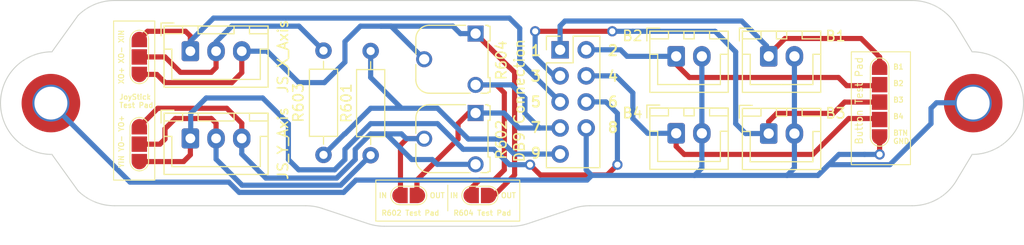
<source format=kicad_pcb>
(kicad_pcb (version 20240108) (generator "pcbnew") (generator_version "8.0")
  (layers (0 "F.Cu" signal) (31 "B.Cu" signal) (36 "B.SilkS" user "B.Silkscreen") (37 "F.SilkS" user "F.Silkscreen") (38 "B.Mask" user) (39 "F.Mask" user) (44 "Edge.Cuts" user))
  (net 0 "")
  (net 1 "Net-(Dupont_Connector1-Pin_8)")
  (net 2 "Net-(Dupont_Connector1-Pin_1)")
  (net 3 "Net-(Dupont_Connector1-Pin_2)")
  (net 4 "Net-(Dupont_Connector1-Pin_3)")
  (net 5 "Net-(Dupont_Connector1-Pin_4)")
  (net 6 "Net-(Dupont_Connector1-Pin_7)")
  (net 7 "Net-(Dupont_Connector1-Pin_6)")
  (net 8 "Net-(Dupont_Connector1-Pin_9)")
  (net 9 "Net-(Dupont_Connector1-Pin_5)")
  (net 10 "Net-(JS_X_Axis1-Pin_3)")
  (net 11 "Net-(JS_X_Axis1-Pin_2)")
  (net 12 "Net-(JS_Y_Axis1-Pin_3)")
  (net 13 "Net-(JS_Y_Axis1-Pin_2)")
  (footprint "CustomFOH:TestPoint_Pad_1.5x1.5mm_x2" (layer "F.Cu") (at 150.125 94 180)
    (property "Reference" "IN           OUT" (at -0.3 0 0) (layer "F.SilkS") (effects (font (size 0.5 0.5) (thickness 0.1))))
    (property "Value" "TestPoint_Pad_1.5x1.5mm_x2")
    (pad "1" smd roundrect (at -0.85 0 180) (size 1.5 1.5) (layers "F.Cu" "F.Paste" "F.Mask") (roundrect_rratio 0.5) (chamfer_ratio 0) (chamfer top_right bottom_right) (net 10 "Net-(JS_X_Axis1-Pin_3)"))
    (pad "2" smd roundrect (at 0.85 0 180) (size 1.5 1.5) (layers "F.Cu" "F.Paste" "F.Mask") (roundrect_rratio 0.5) (chamfer_ratio 0) (chamfer top_left bottom_left) (net 6 "Net-(Dupont_Connector1-Pin_7)"))
  )
  (footprint "Connector_PinHeader_2.54mm:PinHeader_2x05_P2.54mm_Vertical" (layer "F.Cu") (at 157.924466 79.804466)
    (property "Reference" "DB9 Connection" (at -3.96 4.96 90) (layer "F.SilkS"))
    (property "Value" "Conn_2Rows-09Pins")
    (pad "1" thru_hole rect (at 0 0) (size 1.7 1.7) (drill 1) (layers "*.Cu" "*.Mask") (net 2 "Net-(Dupont_Connector1-Pin_1)"))
    (pad "2" thru_hole oval (at 2.54 0) (size 1.7 1.7) (drill 1) (layers "*.Cu" "*.Mask") (net 3 "Net-(Dupont_Connector1-Pin_2)"))
    (pad "3" thru_hole oval (at 0 2.54) (size 1.7 1.7) (drill 1) (layers "*.Cu" "*.Mask") (net 4 "Net-(Dupont_Connector1-Pin_3)"))
    (pad "4" thru_hole oval (at 2.54 2.54) (size 1.7 1.7) (drill 1) (layers "*.Cu" "*.Mask") (net 5 "Net-(Dupont_Connector1-Pin_4)"))
    (pad "5" thru_hole oval (at 0 5.08) (size 1.7 1.7) (drill 1) (layers "*.Cu" "*.Mask") (net 9 "Net-(Dupont_Connector1-Pin_5)"))
    (pad "6" thru_hole oval (at 2.54 5.08) (size 1.7 1.7) (drill 1) (layers "*.Cu" "*.Mask") (net 7 "Net-(Dupont_Connector1-Pin_6)"))
    (pad "7" thru_hole oval (at 0 7.62) (size 1.7 1.7) (drill 1) (layers "*.Cu" "*.Mask") (net 6 "Net-(Dupont_Connector1-Pin_7)"))
    (pad "8" thru_hole oval (at 2.54 7.62) (size 1.7 1.7) (drill 1) (layers "*.Cu" "*.Mask") (net 1 "Net-(Dupont_Connector1-Pin_8)"))
    (pad "9" thru_hole oval (at 0 10.16) (size 1.7 1.7) (drill 1) (layers "*.Cu" "*.Mask") (net 8 "Net-(Dupont_Connector1-Pin_9)"))
  )
  (footprint "Connector_JST:JST_XH_B2B-XH-A_1x02_P2.50mm_Vertical" (layer "F.Cu") (at 178.214466 80.439466)
    (property "Reference" "B1" (at 6.5 -1.975 0) (layer "F.SilkS"))
    (property "Value" "SW_Push1")
    (pad "1" thru_hole roundrect (at 0 0) (size 1.7 2) (drill 1) (layers "*.Cu" "*.Mask") (roundrect_rratio 0.147059) (net 2 "Net-(Dupont_Connector1-Pin_1)"))
    (pad "2" thru_hole oval (at 2.5 0) (size 1.7 2) (drill 1) (layers "*.Cu" "*.Mask") (net 1 "Net-(Dupont_Connector1-Pin_8)"))
  )
  (footprint "Connector_JST:JST_XH_B3B-XH-A_1x03_P2.50mm_Vertical" (layer "F.Cu") (at 121.964466 88.439466)
    (property "Reference" "JS_Y_Axis" (at 9 0.5 90) (layer "F.SilkS"))
    (property "Value" "3Pins")
    (pad "1" thru_hole roundrect (at 0 0) (size 1.7 1.95) (drill 0.95) (layers "*.Cu" "*.Mask") (roundrect_rratio 0.147059) (net 7 "Net-(Dupont_Connector1-Pin_6)"))
    (pad "2" thru_hole oval (at 2.5 0) (size 1.7 1.95) (drill 0.95) (layers "*.Cu" "*.Mask") (net 13 "Net-(JS_Y_Axis1-Pin_2)"))
    (pad "3" thru_hole oval (at 5 0) (size 1.7 1.95) (drill 0.95) (layers "*.Cu" "*.Mask") (net 12 "Net-(JS_Y_Axis1-Pin_3)"))
  )
  (footprint "Potentiometer_THT:Potentiometer_Runtron_RM-065_Vertical" (layer "F.Cu") (at 149.704466 78.224466 -90)
    (property "Reference" "R604" (at 2.6 -2.5 90) (layer "F.SilkS"))
    (property "Value" "10k")
    (pad "1" thru_hole rect (at 0 0 270) (size 1.56 1.56) (drill 1) (layers "*.Cu" "*.Mask") (net 10 "Net-(JS_X_Axis1-Pin_3)"))
    (pad "2" thru_hole circle (at 2.5 5 270) (size 1.56 1.56) (drill 1) (layers "*.Cu" "*.Mask") (net 10 "Net-(JS_X_Axis1-Pin_3)"))
    (pad "3" thru_hole circle (at 5 0 270) (size 1.56 1.56) (drill 1) (layers "*.Cu" "*.Mask") (net 6 "Net-(Dupont_Connector1-Pin_7)"))
  )
  (footprint "Potentiometer_THT:Potentiometer_Runtron_RM-065_Vertical" (layer "F.Cu") (at 149.704466 85.964466 -90)
    (property "Reference" "R602" (at 2.6 -2.5 90) (layer "F.SilkS"))
    (property "Value" "10k")
    (pad "1" thru_hole rect (at 0 0 270) (size 1.56 1.56) (drill 1) (layers "*.Cu" "*.Mask") (net 6 "Net-(Dupont_Connector1-Pin_7)"))
    (pad "2" thru_hole circle (at 2.5 5 270) (size 1.56 1.56) (drill 1) (layers "*.Cu" "*.Mask") (net 12 "Net-(JS_Y_Axis1-Pin_3)"))
    (pad "3" thru_hole circle (at 5 0 270) (size 1.56 1.56) (drill 1) (layers "*.Cu" "*.Mask") (net 12 "Net-(JS_Y_Axis1-Pin_3)"))
  )
  (footprint "CustomFOH:TestPoint_Pad_1.5x1.5mm_x3" (layer "F.Cu") (at 117 80.5 -90)
    (property "Reference" "XO+ XO- XIN" (at 0 1.75 90) (layer "F.SilkS") (effects (font (size 0.5 0.5) (thickness 0.1))))
    (property "Value" "TestPoint_Pad_1.5x1.5mm_x3")
    (pad "1" smd roundrect (at -1.7 0 270) (size 1.5 1.5) (layers "F.Cu" "F.Paste" "F.Mask") (roundrect_rratio 0.5) (chamfer_ratio 0) (chamfer top_right bottom_right) (net 9 "Net-(Dupont_Connector1-Pin_5)"))
    (pad "2" smd rect (at 0 0 270) (size 1.5 1.5) (layers "F.Cu" "F.Paste" "F.Mask") (net 11 "Net-(JS_X_Axis1-Pin_2)"))
    (pad "3" smd roundrect (at 1.7 0 270) (size 1.5 1.5) (layers "F.Cu" "F.Paste" "F.Mask") (roundrect_rratio 0.5) (chamfer_ratio 0) (chamfer top_left bottom_left) (net 10 "Net-(JS_X_Axis1-Pin_3)"))
  )
  (footprint "CustomFOH:TestPoint_Pad_1.5x1.5mm_x2" (layer "F.Cu") (at 143.2 94)
    (property "Reference" "IN           OUT" (at 0.3 0 0) (layer "F.SilkS") (effects (font (size 0.5 0.5) (thickness 0.1))))
    (property "Value" "TestPoint_Pad_1.5x1.5mm_x2")
    (pad "1" smd roundrect (at -0.85 0) (size 1.5 1.5) (layers "F.Cu" "F.Paste" "F.Mask") (roundrect_rratio 0.5) (chamfer_ratio 0) (chamfer top_right bottom_right) (net 12 "Net-(JS_Y_Axis1-Pin_3)"))
    (pad "2" smd roundrect (at 0.85 0) (size 1.5 1.5) (layers "F.Cu" "F.Paste" "F.Mask") (roundrect_rratio 0.5) (chamfer_ratio 0) (chamfer top_left bottom_left) (net 6 "Net-(Dupont_Connector1-Pin_7)"))
  )
  (footprint "CustomFOH:TestPoint_Pad_1.5x1.5mm_x5" (layer "F.Cu") (at 189 84.9 -90)
    (property "Reference" "Button Test Pad " (at -0.4 2 90) (layer "F.SilkS") (effects (font (size 0.7 0.7) (thickness 0.1))))
    (property "Value" "TestPoint_Pad_1.5x1.5mm_x5")
    (pad "1" smd roundrect (at -3.4 0 270) (size 1.5 1.5) (layers "F.Cu" "F.Paste" "F.Mask") (roundrect_rratio 0.5) (chamfer_ratio 0) (chamfer top_right bottom_right) (net 2 "Net-(Dupont_Connector1-Pin_1)"))
    (pad "2" smd rect (at -1.7 0 270) (size 1.5 1.5) (layers "F.Cu" "F.Paste" "F.Mask") (net 3 "Net-(Dupont_Connector1-Pin_2)"))
    (pad "3" smd rect (at 0 0 270) (size 1.5 1.5) (layers "F.Cu" "F.Paste" "F.Mask") (net 4 "Net-(Dupont_Connector1-Pin_3)"))
    (pad "4" smd rect (at 1.7 0 270) (size 1.5 1.5) (layers "F.Cu" "F.Paste" "F.Mask") (net 5 "Net-(Dupont_Connector1-Pin_4)"))
    (pad "5" smd roundrect (at 3.4 0 270) (size 1.5 1.5) (layers "F.Cu" "F.Paste" "F.Mask") (roundrect_rratio 0.5) (chamfer_ratio 0) (chamfer top_left bottom_left) (net 1 "Net-(Dupont_Connector1-Pin_8)"))
  )
  (footprint "Resistor_THT:R_Axial_DIN0207_L6.3mm_D2.5mm_P10.16mm_Horizontal" (layer "F.Cu") (at 139.5 90.08 90)
    (property "Reference" "R601" (at 5.08 -2.37 90) (layer "F.SilkS"))
    (property "Value" "4.7k")
    (pad "1" thru_hole circle (at 0 0 90) (size 1.6 1.6) (drill 0.8) (layers "*.Cu" "*.Mask") (net 13 "Net-(JS_Y_Axis1-Pin_2)"))
    (pad "2" thru_hole oval (at 10.16 0 90) (size 1.6 1.6) (drill 0.8) (layers "*.Cu" "*.Mask") (net 8 "Net-(Dupont_Connector1-Pin_9)"))
  )
  (footprint "Resistor_THT:R_Axial_DIN0207_L6.3mm_D2.5mm_P10.16mm_Horizontal" (layer "F.Cu") (at 134.914466 79.884466 -90)
    (property "Reference" "R603" (at 5.08 2.45 90) (layer "F.SilkS"))
    (property "Value" "4.7k")
    (pad "1" thru_hole circle (at 0 0 270) (size 1.6 1.6) (drill 0.8) (layers "*.Cu" "*.Mask") (net 11 "Net-(JS_X_Axis1-Pin_2)"))
    (pad "2" thru_hole oval (at 10.16 0 270) (size 1.6 1.6) (drill 0.8) (layers "*.Cu" "*.Mask") (net 8 "Net-(Dupont_Connector1-Pin_9)"))
  )
  (footprint "Connector_JST:JST_XH_B2B-XH-A_1x02_P2.50mm_Vertical" (layer "F.Cu") (at 178.214466 87.964466)
    (property "Reference" "B3" (at 6.5 -1.975 0) (layer "F.SilkS"))
    (property "Value" "SW_Push3")
    (pad "1" thru_hole roundrect (at 0 0) (size 1.7 2) (drill 1) (layers "*.Cu" "*.Mask") (roundrect_rratio 0.147059) (net 4 "Net-(Dupont_Connector1-Pin_3)"))
    (pad "2" thru_hole oval (at 2.5 0) (size 1.7 2) (drill 1) (layers "*.Cu" "*.Mask") (net 1 "Net-(Dupont_Connector1-Pin_8)"))
  )
  (footprint "MountingHole:MountingHole_3.2mm_M3_ISO7380_Pad_TopOnly" (layer "F.Cu") (at 198.1 85)
    (property "Reference" "MntHole2" (hide yes))
    (property "Value" "MountingHole_3.2mm_M3_ISO7380_Pad_TopOnly")
    (pad "1" thru_hole circle (at 0 0) (size 3.6 3.6) (drill 3.2) (layers "*.Cu" "*.Mask") (net 1 "Net-(Dupont_Connector1-Pin_8)"))
    (pad "1" connect circle (at 0 0) (size 5.7 5.7) (layers "F.Cu" "F.Mask") (net 1 "Net-(Dupont_Connector1-Pin_8)"))
  )
  (footprint "Connector_JST:JST_XH_B2B-XH-A_1x02_P2.50mm_Vertical" (layer "F.Cu") (at 169.214466 87.939466)
    (property "Reference" "B4" (at -4.25 -1.975 0) (layer "F.SilkS"))
    (property "Value" "SW_Push4")
    (pad "1" thru_hole roundrect (at 0 0) (size 1.7 2) (drill 1) (layers "*.Cu" "*.Mask") (roundrect_rratio 0.147059) (net 5 "Net-(Dupont_Connector1-Pin_4)"))
    (pad "2" thru_hole oval (at 2.5 0) (size 1.7 2) (drill 1) (layers "*.Cu" "*.Mask") (net 1 "Net-(Dupont_Connector1-Pin_8)"))
  )
  (footprint "MountingHole:MountingHole_3.2mm_M3_ISO7380_Pad_TopOnly" (layer "F.Cu") (at 108.4 85)
    (property "Reference" "MntHole1" (hide yes))
    (property "Value" "MountingHole_3.2mm_M3_ISO7380_Pad_TopOnly")
    (pad "1" thru_hole circle (at 0 0) (size 3.6 3.6) (drill 3.2) (layers "*.Cu" "*.Mask") (net 1 "Net-(Dupont_Connector1-Pin_8)"))
    (pad "1" connect circle (at 0 0) (size 5.7 5.7) (layers "F.Cu" "F.Mask") (net 1 "Net-(Dupont_Connector1-Pin_8)"))
  )
  (footprint "Connector_JST:JST_XH_B2B-XH-A_1x02_P2.50mm_Vertical" (layer "F.Cu") (at 169.214466 80.439466)
    (property "Reference" "B2" (at -4.25 -2 0) (layer "F.SilkS"))
    (property "Value" "SW_Push2")
    (pad "1" thru_hole roundrect (at 0 0) (size 1.7 2) (drill 1) (layers "*.Cu" "*.Mask") (roundrect_rratio 0.147059) (net 3 "Net-(Dupont_Connector1-Pin_2)"))
    (pad "2" thru_hole oval (at 2.5 0) (size 1.7 2) (drill 1) (layers "*.Cu" "*.Mask") (net 1 "Net-(Dupont_Connector1-Pin_8)"))
  )
  (footprint "Connector_JST:JST_XH_B3B-XH-A_1x03_P2.50mm_Vertical" (layer "F.Cu") (at 121.964466 79.939466)
    (property "Reference" "JS_X_Axis" (at 9 0.525 90) (layer "F.SilkS"))
    (property "Value" "3Pins")
    (pad "1" thru_hole roundrect (at 0 0) (size 1.7 1.95) (drill 0.95) (layers "*.Cu" "*.Mask") (roundrect_rratio 0.147059) (net 9 "Net-(Dupont_Connector1-Pin_5)"))
    (pad "2" thru_hole oval (at 2.5 0) (size 1.7 1.95) (drill 0.95) (layers "*.Cu" "*.Mask") (net 11 "Net-(JS_X_Axis1-Pin_2)"))
    (pad "3" thru_hole oval (at 5 0) (size 1.7 1.95) (drill 0.95) (layers "*.Cu" "*.Mask") (net 10 "Net-(JS_X_Axis1-Pin_3)"))
  )
  (footprint "CustomFOH:TestPoint_Pad_1.5x1.5mm_x3" (layer "F.Cu") (at 117 89 90)
    (property "Reference" "YIN YO- YO+" (at 0.25 -1.75 90) (layer "F.SilkS") (effects (font (size 0.5 0.5) (thickness 0.1))))
    (property "Value" "TestPoint_Pad_1.5x1.5mm_x3")
    (pad "1" smd roundrect (at -1.7 0 90) (size 1.5 1.5) (layers "F.Cu" "F.Paste" "F.Mask") (roundrect_rratio 0.5) (chamfer_ratio 0) (chamfer top_right bottom_right) (net 7 "Net-(Dupont_Connector1-Pin_6)"))
    (pad "2" smd rect (at 0 0 90) (size 1.5 1.5) (layers "F.Cu" "F.Paste" "F.Mask") (net 13 "Net-(JS_Y_Axis1-Pin_2)"))
    (pad "3" smd roundrect (at 1.7 0 90) (size 1.5 1.5) (layers "F.Cu" "F.Paste" "F.Mask") (roundrect_rratio 0.5) (chamfer_ratio 0) (chamfer top_left bottom_left) (net 12 "Net-(JS_Y_Axis1-Pin_3)"))
  )
  (gr_line (start 114.5 92.5) (end 118.5 92.5) (stroke (width 0.1)) (layer "F.SilkS"))
  (gr_line (start 114.5 77) (end 114.5 92.5) (stroke (width 0.1)) (layer "F.SilkS"))
  (gr_rect (start 186.25 80) (end 192 91) (stroke (width 0.1)) (fill none) (layer "F.SilkS"))
  (gr_line (start 118.5 92.5) (end 118.5 77) (stroke (width 0.1)) (layer "F.SilkS"))
  (gr_line (start 118.5 77) (end 114.5 77) (stroke (width 0.1)) (layer "F.SilkS"))
  (gr_line (start 147 93) (end 147 95.5) (stroke (width 0.1)) (layer "F.SilkS"))
  (gr_rect (start 140 92.5) (end 154 96.5) (stroke (width 0.1)) (fill none) (layer "F.SilkS"))
  (gr_line (start 197.999999 80) (end 196.444414 77.407356) (stroke (width 0.1)) (layer "Edge.Cuts"))
  (gr_arc (start 133.191205 95) (mid 133.991429 95.064451) (end 134.771022 95.256143) (stroke (width 0.1)) (layer "Edge.Cuts"))
  (gr_line (start 159.203369 95.260105) (end 154.796637 96.739894) (stroke (width 0.1)) (layer "Edge.Cuts"))
  (gr_line (start 108.499999 89.999999) (end 111.03563 93.535731) (stroke (width 0.1)) (layer "Edge.Cuts"))
  (gr_arc (start 192.1689 75) (mid 194.632526 75.649019) (end 196.444414 77.407356) (stroke (width 0.1)) (layer "Edge.Cuts"))
  (gr_arc (start 140.818129 97) (mid 140.017905 96.935549) (end 139.238312 96.743857) (stroke (width 0.1)) (layer "Edge.Cuts"))
  (gr_line (start 192.1691 95) (end 160.795035 95) (stroke (width 0.1)) (layer "Edge.Cuts"))
  (gr_arc (start 111.035533 76.464467) (mid 112.657649 75.380592) (end 114.571068 75) (stroke (width 0.1)) (layer "Edge.Cuts"))
  (gr_line (start 108.499999 80.000001) (end 111.035503 76.464446) (stroke (width 0.1)) (layer "Edge.Cuts"))
  (gr_line (start 192.1689 75) (end 114.571068 75) (stroke (width 0.1)) (layer "Edge.Cuts"))
  (gr_arc (start 196.456483 92.572528) (mid 194.632546 94.351017) (end 192.1691 95) (stroke (width 0.1)) (layer "Edge.Cuts"))
  (gr_line (start 134.771022 95.256143) (end 139.238312 96.743857) (stroke (width 0.1)) (layer "Edge.Cuts"))
  (gr_line (start 140.818129 97) (end 153.204971 97) (stroke (width 0.1)) (layer "Edge.Cuts"))
  (gr_line (start 197.999999 90) (end 196.456483 92.572528) (stroke (width 0.1)) (layer "Edge.Cuts"))
  (gr_arc (start 159.203369 95.260105) (mid 159.988646 95.06546) (end 160.795035 95) (stroke (width 0.1)) (layer "Edge.Cuts"))
  (gr_line (start 114.5712 95) (end 133.191205 95) (stroke (width 0.1)) (layer "Edge.Cuts"))
  (gr_arc (start 108.499999 89.999999) (mid 103.5 85) (end 108.499999 80.000001) (stroke (width 0.1)) (layer "Edge.Cuts"))
  (gr_arc (start 114.5712 95) (mid 112.657812 94.61945) (end 111.03566 93.53571) (stroke (width 0.1)) (layer "Edge.Cuts"))
  (gr_arc (start 197.999999 80) (mid 203 85) (end 197.999999 90) (stroke (width 0.1)) (layer "Edge.Cuts"))
  (gr_arc (start 154.796637 96.739894) (mid 154.01136 96.93454) (end 153.204971 97) (stroke (width 0.1)) (layer "Edge.Cuts"))
  (gr_text "9" (at 154.964466 90.464466 0) (layer "F.SilkS") (effects (font (size 1 1) (thickness 0.1875)) (justify left bottom)))
  (gr_text "6" (at 162.464466 85.464466 0) (layer "F.SilkS") (effects (font (size 1 1) (thickness 0.1875)) (justify left bottom)))
  (gr_text "JoyStick\nTest Pad" (at 115 85.5 0) (layer "F.SilkS") (effects (font (size 0.5 0.5) (thickness 0.1)) (justify left bottom)))
  (gr_text "4" (at 162.464466 82.964466 0) (layer "F.SilkS") (effects (font (size 1 1) (thickness 0.1875)) (justify left bottom)))
  (gr_text "8" (at 162.464466 87.964466 0) (layer "F.SilkS") (effects (font (size 1 1) (thickness 0.1875)) (justify left bottom)))
  (gr_text "7" (at 154.964466 87.964466 0) (layer "F.SilkS") (effects (font (size 1 1) (thickness 0.1875)) (justify left bottom)))
  (gr_text "B1\n\nB2\n\nB3\n\nB4\n\nBTN\nGND" (at 190.275 89 0) (layer "F.SilkS") (effects (font (size 0.5 0.5) (thickness 0.1) (bold yes)) (justify left bottom)))
  (gr_text "R604 Test Pad" (at 147.5 96 0) (layer "F.SilkS") (effects (font (size 0.5 0.5) (thickness 0.1)) (justify left bottom)))
  (gr_text "R602 Test Pad" (at 140.5 96 0) (layer "F.SilkS") (effects (font (size 0.5 0.5) (thickness 0.1)) (justify left bottom)))
  (gr_text "5" (at 154.964466 85.464466 0) (layer "F.SilkS") (effects (font (size 1 1) (thickness 0.1875)) (justify left bottom)))
  (gr_text "3" (at 154.964466 82.964466 0) (layer "F.SilkS") (effects (font (size 1 1) (thickness 0.1875)) (justify left bottom)))
  (gr_text "1" (at 154.964466 80.464466 0) (layer "F.SilkS") (effects (font (size 1 1) (thickness 0.1875)) (justify left bottom)))
  (gr_text "2" (at 162.464466 80.464466 0) (layer "F.SilkS") (effects (font (size 1 1) (thickness 0.1875)) (justify left bottom)))
  (segment (start 189 90) (end 189 88.1) (width 0.5) (layer "F.Cu") (net 1))
  (via (at 189 90) (size 1) (drill 0.6) (layers "F.Cu" "B.Cu") (net 1))
  (segment (start 160.464466 91.508932) (end 160.464466 87.424466) (width 0.5) (layer "B.Cu") (net 1))
  (segment (start 125.71005 92.7) (end 116.1 92.7) (width 0.5) (layer "B.Cu") (net 1))
  (segment (start 194.535534 84.964466) (end 194 85.5) (width 0.5) (layer "B.Cu") (net 1))
  (segment (start 194 85.5) (end 194 87) (width 0.5) (layer "B.Cu") (net 1))
  (segment (start 185.044466 90) (end 183 92.044466) (width 0.5) (layer "B.Cu") (net 1))
  (segment (start 189 90) (end 187.544466 90) (width 0.5) (layer "B.Cu") (net 1))
  (segment (start 190 91) (end 184.044466 91) (width 0.5) (layer "B.Cu") (net 1))
  (segment (start 171.714466 91.33) (end 171 92.044466) (width 0.5) (layer "B.Cu") (net 1))
  (segment (start 136.86995 93.7) (end 126.71005 93.7) (width 0.5) (layer "B.Cu") (net 1))
  (segment (start 183 92.044466) (end 180 92.044466) (width 0.5) (layer "B.Cu") (net 1))
  (segment (start 126.71005 93.7) (end 125.71005 92.7) (width 0.5) (layer "B.Cu") (net 1))
  (segment (start 187.544466 90) (end 185.044466 90) (width 0.5) (layer "B.Cu") (net 1))
  (segment (start 180.714466 80.439466) (end 180.714466 87.964466) (width 0.5) (layer "B.Cu") (net 1))
  (segment (start 180.714466 87.964466) (end 180.714466 91.33) (width 0.5) (layer "B.Cu") (net 1))
  (segment (start 194 87) (end 190 91) (width 0.5) (layer "B.Cu") (net 1))
  (segment (start 180.714466 91.33) (end 180 92.044466) (width 0.5) (layer "B.Cu") (net 1))
  (segment (start 116.1 92.7) (end 108.4 85) (width 0.5) (layer "B.Cu") (net 1))
  (segment (start 184.044466 91) (end 183 92.044466) (width 0.5) (layer "B.Cu") (net 1))
  (segment (start 138.06995 92.5) (end 136.86995 93.7) (width 0.5) (layer "B.Cu") (net 1))
  (segment (start 161 92.044466) (end 160.544466 92.5) (width 0.5) (layer "B.Cu") (net 1))
  (segment (start 171.714466 87.939466) (end 171.714466 91.33) (width 0.5) (layer "B.Cu") (net 1))
  (segment (start 161 92.044466) (end 160.464466 91.508932) (width 0.5) (layer "B.Cu") (net 1))
  (segment (start 160.544466 92.5) (end 138.06995 92.5) (width 0.5) (layer "B.Cu") (net 1))
  (segment (start 198 84.964466) (end 194.535534 84.964466) (width 0.5) (layer "B.Cu") (net 1))
  (segment (start 171.714466 80.439466) (end 171.714466 87.939466) (width 0.5) (layer "B.Cu") (net 1))
  (segment (start 161 92.044466) (end 171 92.044466) (width 0.5) (layer "B.Cu") (net 1))
  (segment (start 171 92.044466) (end 180 92.044466) (width 0.5) (layer "B.Cu") (net 1))
  (segment (start 178.214466 80.285534) (end 178.214466 80.439466) (width 0.5) (layer "F.Cu") (net 2))
  (segment (start 179.8 78.7) (end 178.214466 80.285534) (width 0.5) (layer "F.Cu") (net 2))
  (segment (start 189 81.7) (end 189 80.5) (width 0.5) (layer "F.Cu") (net 2))
  (segment (start 189 80.5) (end 187.2 78.7) (width 0.5) (layer "F.Cu") (net 2))
  (segment (start 187.2 78.7) (end 179.8 78.7) (width 0.5) (layer "F.Cu") (net 2))
  (segment (start 178.214466 80.439466) (end 178.005151 80.230151) (width 0.5) (layer "B.Cu") (net 2))
  (segment (start 178.214466 80.439466) (end 178.005151 80.439466) (width 0.5) (layer "B.Cu") (net 2))
  (segment (start 178.005151 80.230151) (end 178.005151 79.419733) (width 0.5) (layer "B.Cu") (net 2))
  (segment (start 158.4 77) (end 157.924466 77.475534) (width 0.5) (layer "B.Cu") (net 2))
  (segment (start 175.585418 77) (end 178.005151 79.419733) (width 0.5) (layer "B.Cu") (net 2))
  (segment (start 157.924466 77.475534) (end 157.924466 79.804466) (width 0.5) (layer "B.Cu") (net 2))
  (segment (start 175.585418 77) (end 158.4 77) (width 0.5) (layer "B.Cu") (net 2))
  (segment (start 169.214466 81.214466) (end 170.5 82.5) (width 0.5) (layer "F.Cu") (net 3))
  (segment (start 169.214466 80.439466) (end 169.214466 81.214466) (width 0.5) (layer "F.Cu") (net 3))
  (segment (start 185.8 83.3) (end 189 83.3) (width 0.5) (layer "F.Cu") (net 3))
  (segment (start 185 82.5) (end 185.8 83.3) (width 0.5) (layer "F.Cu") (net 3))
  (segment (start 170.5 82.5) (end 185 82.5) (width 0.5) (layer "F.Cu") (net 3))
  (segment (start 164.439466 80.439466) (end 163.804466 79.804466) (width 0.5) (layer "B.Cu") (net 3))
  (segment (start 169.214466 80.439466) (end 164.439466 80.439466) (width 0.5) (layer "B.Cu") (net 3))
  (segment (start 163.804466 79.804466) (end 160.464466 79.804466) (width 0.5) (layer "B.Cu") (net 3))
  (segment (start 155.5 78) (end 163 78) (width 0.5) (layer "F.Cu") (net 4))
  (segment (start 178.214466 86.785534) (end 178.214466 87.964466) (width 0.5) (layer "F.Cu") (net 4))
  (segment (start 185.6 84.9) (end 184.5 86) (width 0.5) (layer "F.Cu") (net 4))
  (segment (start 184.5 86) (end 179 86) (width 0.5) (layer "F.Cu") (net 4))
  (segment (start 189 84.9) (end 185.6 84.9) (width 0.5) (layer "F.Cu") (net 4))
  (segment (start 179 86) (end 178.214466 86.785534) (width 0.5) (layer "F.Cu") (net 4))
  (via (at 163 78) (size 1) (drill 0.6) (layers "F.Cu" "B.Cu") (net 4))
  (via (at 155.5 78) (size 1) (drill 0.6) (layers "F.Cu" "B.Cu") (net 4))
  (segment (start 175.964466 87.964466) (end 175 87) (width 0.5) (layer "B.Cu") (net 4))
  (segment (start 155.5 80.5) (end 155.5 78) (width 0.5) (layer "B.Cu") (net 4))
  (segment (start 157.924466 82.344466) (end 157.344466 82.344466) (width 0.5) (layer "B.Cu") (net 4))
  (segment (start 156.5 81.5) (end 155.5 80.5) (width 0.5) (layer "B.Cu") (net 4))
  (segment (start 175 87) (end 175 80) (width 0.5) (layer "B.Cu") (net 4))
  (segment (start 175 80) (end 173 78) (width 0.5) (layer "B.Cu") (net 4))
  (segment (start 178.214466 87.964466) (end 175.964466 87.964466) (width 0.5) (layer "B.Cu") (net 4))
  (segment (start 157.344466 82.344466) (end 156.5 81.5) (width 0.5) (layer "B.Cu") (net 4))
  (segment (start 165 78) (end 163 78) (width 0.5) (layer "B.Cu") (net 4))
  (segment (start 173 78) (end 165 78) (width 0.5) (layer "B.Cu") (net 4))
  (segment (start 186 86.5) (end 182.5 90) (width 0.5) (layer "F.Cu") (net 5))
  (segment (start 169.214466 87.939466) (end 169.214466 89.214466) (width 0.5) (layer "F.Cu") (net 5))
  (segment (start 189 86.5) (end 186 86.5) (width 0.5) (layer "F.Cu") (net 5))
  (segment (start 169.214466 89.214466) (end 170 90) (width 0.5) (layer "F.Cu") (net 5))
  (segment (start 170 90) (end 182.5 90) (width 0.5) (layer "F.Cu") (net 5))
  (segment (start 169.214466 87.939466) (end 166.439466 87.939466) (width 0.5) (layer "B.Cu") (net 5))
  (segment (start 166.439466 87.939466) (end 165 86.5) (width 0.5) (layer "B.Cu") (net 5))
  (segment (start 165 86.5) (end 165 84) (width 0.5) (layer "B.Cu") (net 5))
  (segment (start 163.344466 82.344466) (end 160.464466 82.344466) (width 0.5) (layer "B.Cu") (net 5))
  (segment (start 165 84) (end 163.344466 82.344466) (width 0.5) (layer "B.Cu") (net 5))
  (segment (start 148 88.5) (end 144 92.5) (width 0.5) (layer "F.Cu") (net 6))
  (segment (start 148 87) (end 148 88.5) (width 0.5) (layer "F.Cu") (net 6))
  (segment (start 151.5 92.5) (end 150.075 92.5) (width 0.5) (layer "F.Cu") (net 6))
  (segment (start 149.704466 83.224466) (end 151.724466 83.224466) (width 0.5) (layer "F.Cu") (net 6))
  (segment (start 151.724466 83.224466) (end 152.5 84) (width 0.5) (layer "F.Cu") (net 6))
  (segment (start 144 92.5) (end 144 94) (width 0.5) (layer "F.Cu") (net 6))
  (segment (start 149.325 93.25) (end 149.325 94) (width 0.5) (layer "F.Cu") (net 6))
  (segment (start 152.5 84) (end 152.5 91.5) (width 0.5) (layer "F.Cu") (net 6))
  (segment (start 152.5 91.5) (end 151.5 92.5) (width 0.5) (layer "F.Cu") (net 6))
  (segment (start 149.704466 85.964466) (end 149.035534 85.964466) (width 0.5) (layer "F.Cu") (net 6))
  (segment (start 149.035534 85.964466) (end 148 87) (width 0.5) (layer "F.Cu") (net 6))
  (segment (start 150.075 92.5) (end 149.325 93.25) (width 0.5) (layer "F.Cu") (net 6))
  (segment (start 154.5 86) (end 155.924466 87.424466) (width 0.5) (layer "B.Cu") (net 6))
  (segment (start 149.704466 85.964466) (end 152.464466 85.964466) (width 0.5) (layer "B.Cu") (net 6))
  (segment (start 149.704466 83.224466) (end 153.224466 83.224466) (width 0.5) (layer "B.Cu") (net 6))
  (segment (start 153.224466 83.224466) (end 154.5 84.5) (width 0.5) (layer "B.Cu") (net 6))
  (segment (start 153.924466 87.424466) (end 155.924466 87.424466) (width 0.5) (layer "B.Cu") (net 6))
  (segment (start 155.924466 87.424466) (end 157.924466 87.424466) (width 0.5) (layer "B.Cu") (net 6))
  (segment (start 154.5 84.5) (end 154.5 86) (width 0.5) (layer "B.Cu") (net 6))
  (segment (start 152.464466 85.964466) (end 153.924466 87.424466) (width 0.5) (layer "B.Cu") (net 6))
  (segment (start 155 91) (end 156 92) (width 0.5) (layer "F.Cu") (net 7))
  (segment (start 156 92) (end 162.5 92) (width 0.5) (layer "F.Cu") (net 7))
  (segment (start 162.5 92) (end 163.5 91) (width 0.5) (layer "F.Cu") (net 7))
  (segment (start 121.964466 88.439466) (end 121.964466 90.035534) (width 0.5) (layer "F.Cu") (net 7))
  (segment (start 121.3 90.7) (end 117 90.7) (width 0.5) (layer "F.Cu") (net 7))
  (segment (start 121.964466 90.035534) (end 121.3 90.7) (width 0.5) (layer "F.Cu") (net 7))
  (via (at 163.5 91) (size 1) (drill 0.6) (layers "F.Cu" "B.Cu") (net 7))
  (via (at 155 91) (size 1) (drill 0.6) (layers "F.Cu" "B.Cu") (net 7))
  (segment (start 137 90.5) (end 136 91.5) (width 0.5) (layer "B.Cu") (net 7))
  (segment (start 131.5 87) (end 129 84.5) (width 0.5) (layer "B.Cu") (net 7))
  (segment (start 123.5 84.5) (end 122 86) (width 0.5) (layer "B.Cu") (net 7))
  (segment (start 163.5 86) (end 162.384466 84.884466) (width 0.5) (layer "B.Cu") (net 7))
  (segment (start 136 91.5) (end 132.5 91.5) (width 0.5) (layer "B.Cu") (net 7))
  (segment (start 151.5 89.5) (end 148.5 89.5) (width 0.5) (layer "B.Cu") (net 7))
  (segment (start 160.464466 84.884466) (end 160.464466 84.964466) (width 0.5) (layer "B.Cu") (net 7))
  (segment (start 163.5 91) (end 163.5 86) (width 0.5) (layer "B.Cu") (net 7))
  (segment (start 129 84.5) (end 123.5 84.5) (width 0.5) (layer "B.Cu") (net 7))
  (segment (start 122 86) (end 122 88.403932) (width 0.5) (layer "B.Cu") (net 7))
  (segment (start 162.384466 84.884466) (end 160.464466 84.884466) (width 0.5) (layer "B.Cu") (net 7))
  (segment (start 153 91) (end 151.5 89.5) (width 0.5) (layer "B.Cu") (net 7))
  (segment (start 148.5 89.5) (end 146 87) (width 0.5) (layer "B.Cu") (net 7))
  (segment (start 131.5 90.5) (end 131.5 87) (width 0.5) (layer "B.Cu") (net 7))
  (segment (start 155 91) (end 153 91) (width 0.5) (layer "B.Cu") (net 7))
  (segment (start 137 89.5) (end 137 90.5) (width 0.5) (layer "B.Cu") (net 7))
  (segment (start 139.5 87) (end 137 89.5) (width 0.5) (layer "B.Cu") (net 7))
  (segment (start 146 87) (end 139.5 87) (width 0.5) (layer "B.Cu") (net 7))
  (segment (start 132.5 91.5) (end 131.5 90.5) (width 0.5) (layer "B.Cu") (net 7))
  (segment (start 160.464466 84.964466) (end 160.5 85) (width 0.5) (layer "B.Cu") (net 7))
  (segment (start 122 88.403932) (end 121.964466 88.439466) (width 0.5) (layer "B.Cu") (net 7))
  (segment (start 137 88) (end 139.5 85.5) (width 0.5) (layer "B.Cu") (net 8))
  (segment (start 136.958932 88) (end 137 88) (width 0.5) (layer "B.Cu") (net 8))
  (segment (start 134.914466 90.044466) (end 136.958932 88) (width 0.5) (layer "B.Cu") (net 8))
  (segment (start 153.464466 89.964466) (end 152 88.5) (width 0.5) (layer "B.Cu") (net 8))
  (segment (start 146 85.5) (end 142.5 85.5) (width 0.5) (layer "B.Cu") (net 8))
  (segment (start 149 88.5) (end 146 85.5) (width 0.5) (layer "B.Cu") (net 8))
  (segment (start 152 88.5) (end 149 88.5) (width 0.5) (layer "B.Cu") (net 8))
  (segment (start 157.924466 89.964466) (end 153.464466 89.964466) (width 0.5) (layer "B.Cu") (net 8))
  (segment (start 139.5 82.5) (end 142.5 85.5) (width 0.5) (layer "B.Cu") (net 8))
  (segment (start 139.5 85.5) (end 142.5 85.5) (width 0.5) (layer "B.Cu") (net 8))
  (segment (start 139.5 79.92) (end 139.5 82.5) (width 0.5) (layer "B.Cu") (net 8))
  (segment (start 117.8 78) (end 117 78.8) (width 0.5) (layer "F.Cu") (net 9))
  (segment (start 121.964466 79.939466) (end 121.964466 78.464466) (width 0.5) (layer "F.Cu") (net 9))
  (segment (start 121.5 78) (end 117.8 78) (width 0.5) (layer "F.Cu") (net 9))
  (segment (start 121.964466 78.464466) (end 121.5 78) (width 0.5) (layer "F.Cu") (net 9))
  (segment (start 124.214466 76.714466) (end 121.964466 78.964466) (width 0.5) (layer "B.Cu") (net 9))
  (segment (start 153 76.714466) (end 124.214466 76.714466) (width 0.5) (layer "B.Cu") (net 9))
  (segment (start 154 77.714466) (end 153 76.714466) (width 0.5) (layer "B.Cu") (net 9))
  (segment (start 121.964466 78.964466) (end 121.964466 79.939466) (width 0.5) (layer "B.Cu") (net 9))
  (segment (start 154 80.96) (end 154 77.714466) (width 0.5) (layer "B.Cu") (net 9))
  (segment (start 157.924466 84.884466) (end 154 80.96) (width 0.5) (layer "B.Cu") (net 9))
  (segment (start 118.7 82.2) (end 117 82.2) (width 0.5) (layer "F.Cu") (net 10))
  (segment (start 152.98 81.5) (end 149.704466 78.224466) (width 0.5) (layer "F.Cu") (net 10))
  (segment (start 126.964466 82.035534) (end 126 83) (width 0.5) (layer "F.Cu") (net 10))
  (segment (start 119.5 83) (end 118.7 82.2) (width 0.5) (layer "F.Cu") (net 10))
  (segment (start 126 83) (end 119.5 83) (width 0.5) (layer "F.Cu") (net 10))
  (segment (start 126.964466 79.939466) (end 126.964466 82.035534) (width 0.5) (layer "F.Cu") (net 10))
  (segment (start 153.5 92) (end 153.5 82) (width 0.5) (layer "F.Cu") (net 10))
  (segment (start 151.5 94) (end 150.925 94) (width 0.5) (layer "F.Cu") (net 10))
  (segment (start 153 81.5) (end 152.98 81.5) (width 0.5) (layer "F.Cu") (net 10))
  (segment (start 153.5 82) (end 153 81.5) (width 0.5) (layer "F.Cu") (net 10))
  (segment (start 153.5 92) (end 151.5 94) (width 0.5) (layer "F.Cu") (net 10))
  (segment (start 137 79) (end 137 81) (width 0.5) (layer "B.Cu") (net 10))
  (segment (start 148.224466 78.224466) (end 147.5 77.5) (width 0.5) (layer "B.Cu") (net 10))
  (segment (start 149.704466 78.224466) (end 148.224466 78.224466) (width 0.5) (layer "B.Cu") (net 10))
  (segment (start 132.5 83) (end 129.439466 79.939466) (width 0.5) (layer "B.Cu") (net 10))
  (segment (start 147.5 77.5) (end 140.5 77.5) (width 0.5) (layer "B.Cu") (net 10))
  (segment (start 129.439466 79.939466) (end 126.964466 79.939466) (width 0.5) (layer "B.Cu") (net 10))
  (segment (start 137 81) (end 135 83) (width 0.5) (layer "B.Cu") (net 10))
  (segment (start 141.48 77.5) (end 140.5 77.5) (width 0.5) (layer "B.Cu") (net 10))
  (segment (start 140.5 77.5) (end 138.5 77.5) (width 0.5) (layer "B.Cu") (net 10))
  (segment (start 135 83) (end 132.5 83) (width 0.5) (layer "B.Cu") (net 10))
  (segment (start 144.704466 80.724466) (end 141.48 77.5) (width 0.5) (layer "B.Cu") (net 10))
  (segment (start 138.5 77.5) (end 137 79) (width 0.5) (layer "B.Cu") (net 10))
  (segment (start 124 82) (end 121 82) (width 0.5) (layer "F.Cu") (net 11))
  (segment (start 119.5 80.5) (end 117 80.5) (width 0.5) (layer "F.Cu") (net 11))
  (segment (start 121 82) (end 119.5 80.5) (width 0.5) (layer "F.Cu") (net 11))
  (segment (start 124.464466 79.939466) (end 124.464466 81.535534) (width 0.5) (layer "F.Cu") (net 11))
  (segment (start 124.464466 81.535534) (end 124 82) (width 0.5) (layer "F.Cu") (net 11))
  (segment (start 124.464466 79.939466) (end 124.464466 79.035534) (width 0.5) (layer "B.Cu") (net 11))
  (segment (start 132.53 77.5) (end 134.914466 79.884466) (width 0.5) (layer "B.Cu") (net 11))
  (segment (start 124.464466 79.035534) (end 126 77.5) (width 0.5) (layer "B.Cu") (net 11))
  (segment (start 126 77.5) (end 132.53 77.5) (width 0.5) (layer "B.Cu") (net 11))
  (segment (start 118.8 85.5) (end 117 87.3) (width 0.5) (layer "F.Cu") (net 12))
  (segment (start 125.5 85.5) (end 118.8 85.5) (width 0.5) (layer "F.Cu") (net 12))
  (segment (start 126.964466 86.964466) (end 125.5 85.5) (width 0.5) (layer "F.Cu") (net 12))
  (segment (start 143.035534 88.464466) (end 142.4 89.1) (width 0.5) (layer "F.Cu") (net 12))
  (segment (start 144.704466 88.464466) (end 143.035534 88.464466) (width 0.5) (layer "F.Cu") (net 12))
  (segment (start 126.964466 88.439466) (end 126.964466 86.964466) (width 0.5) (layer "F.Cu") (net 12))
  (segment (start 142.4 89.1) (end 142.4 94) (width 0.5) (layer "F.Cu") (net 12))
  (segment (start 142.5 88) (end 141 88) (width 0.5) (layer "B.Cu") (net 12))
  (segment (start 144.704466 88.464466) (end 142.964466 88.464466) (width 0.5) (layer "B.Cu") (net 12))
  (segment (start 145.5 90.5) (end 145.964466 90.964466) (width 0.5) (layer "B.Cu") (net 12))
  (segment (start 141 88) (end 143.5 90.5) (width 0.5) (layer "B.Cu") (net 12))
  (segment (start 141 88) (end 139.5 88) (width 0.5) (layer "B.Cu") (net 12))
  (segment (start 145.964466 90.964466) (end 149.704466 90.964466) (width 0.5) (layer "B.Cu") (net 12))
  (segment (start 136.2 92.3) (end 129.3 92.3) (width 0.5) (layer "B.Cu") (net 12))
  (segment (start 129.3 92.3) (end 126.964466 89.964466) (width 0.5) (layer "B.Cu") (net 12))
  (segment (start 142.964466 88.464466) (end 142.5 88) (width 0.5) (layer "B.Cu") (net 12))
  (segment (start 138 90.5) (end 136.2 92.3) (width 0.5) (layer "B.Cu") (net 12))
  (segment (start 138 89.5) (end 138 90.5) (width 0.5) (layer "B.Cu") (net 12))
  (segment (start 126.964466 89.964466) (end 126.964466 88.439466) (width 0.5) (layer "B.Cu") (net 12))
  (segment (start 139.5 88) (end 138 89.5) (width 0.5) (layer "B.Cu") (net 12))
  (segment (start 143.5 90.5) (end 145.5 90.5) (width 0.5) (layer "B.Cu") (net 12))
  (segment (start 119.5 87.5) (end 119.5 88.5) (width 0.5) (layer "F.Cu") (net 13))
  (segment (start 120.5 86.5) (end 119.5 87.5) (width 0.5) (layer "F.Cu") (net 13))
  (segment (start 119 89) (end 117 89) (width 0.5) (layer "F.Cu") (net 13))
  (segment (start 124.464466 88.439466) (end 124.464466 86.964466) (width 0.5) (layer "F.Cu") (net 13))
  (segment (start 124 86.5) (end 120.5 86.5) (width 0.5) (layer "F.Cu") (net 13))
  (segment (start 119.5 88.5) (end 119 89) (width 0.5) (layer "F.Cu") (net 13))
  (segment (start 124.464466 86.964466) (end 124 86.5) (width 0.5) (layer "F.Cu") (net 13))
  (segment (start 124.464466 90.464466) (end 124.464466 88.439466) (width 0.5) (layer "B.Cu") (net 13))
  (segment (start 136.58 93) (end 127 93) (width 0.5) (layer "B.Cu") (net 13))
  (segment (start 139.5 90.08) (end 136.58 93) (width 0.5) (layer "B.Cu") (net 13))
  (segment (start 127 93) (end 124.464466 90.464466) (width 0.5) (layer "B.Cu") (net 13))
)
</source>
